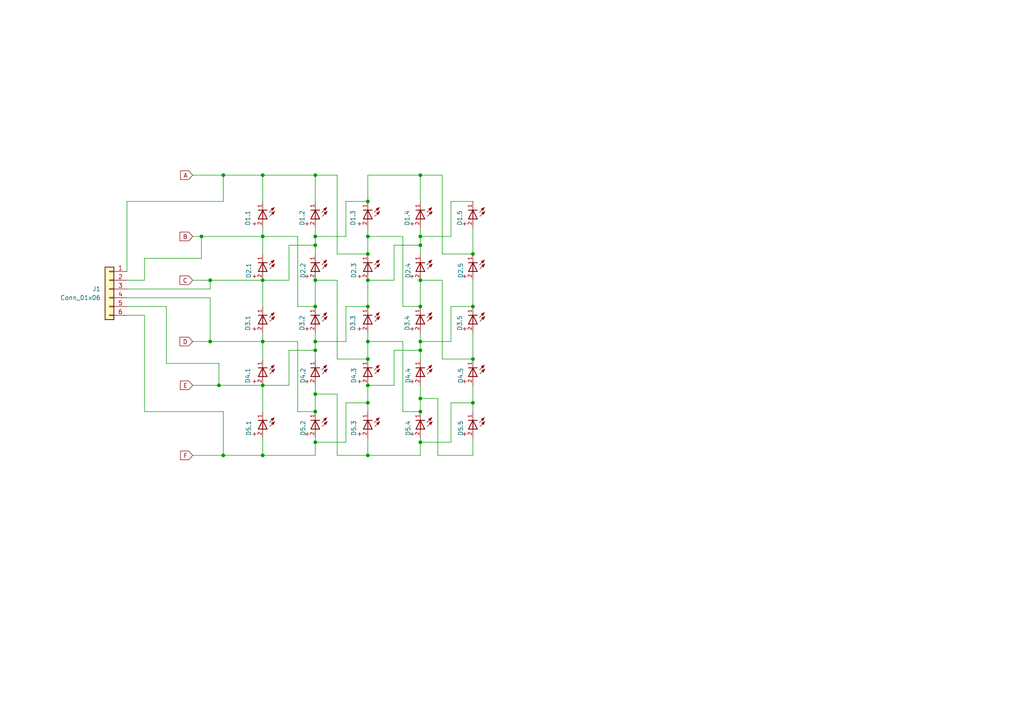
<source format=kicad_sch>
(kicad_sch (version 20250114) (generator "eeschema") (generator_version "9.0")
  (paper "A4")
  (lib_symbols
    (symbol "Connector_Generic:Conn_01x06" (pin_names (offset 1.016) (hide yes))
      (property "Reference" "J" (at 0 7.62 0))
      (property "Value" "Conn_01x06" (at 0 -10.16 0))
      (symbol "Conn_01x06_1_1"
        (rectangle (start -1.27 6.35) (end 1.27 -8.89) (stroke (width 0.254)) (fill (type background)))
        (rectangle (start -1.27 5.207) (end 0 4.953) (stroke (width 0.1524)))
        (rectangle (start -1.27 2.667) (end 0 2.413) (stroke (width 0.1524)))
        (rectangle (start -1.27 0.127) (end 0 -0.127) (stroke (width 0.1524)))
        (rectangle (start -1.27 -2.413) (end 0 -2.667) (stroke (width 0.1524)))
        (rectangle (start -1.27 -4.953) (end 0 -5.207) (stroke (width 0.1524)))
        (rectangle (start -1.27 -7.493) (end 0 -7.747) (stroke (width 0.1524)))
        (pin passive line (at -5.08 5.08 0) (length 3.81) (name "Pin_1") (number "1"))
        (pin passive line (at -5.08 2.54 0) (length 3.81) (name "Pin_2") (number "2"))
        (pin passive line (at -5.08 0 0) (length 3.81) (name "Pin_3") (number "3"))
        (pin passive line (at -5.08 -2.54 0) (length 3.81) (name "Pin_4") (number "4"))
        (pin passive line (at -5.08 -5.08 0) (length 3.81) (name "Pin_5") (number "5"))
        (pin passive line (at -5.08 -7.62 0) (length 3.81) (name "Pin_6") (number "6"))
      )
    )
    (symbol "WL-SMCW_0603:WL-SMCW_0603" (pin_names (offset 1.016))
      (property "Reference" "D" (at -1.988 3.972 0))
      (property "Value" "WL-SMCW_0603" (at -2.628 -3.928 0))
      (symbol "WL-SMCW_0603_0_0"
        (polyline (pts (xy -0.762 3.302) (xy 0.127 2.921) (xy -0.381 2.413) (xy -0.762 3.302)) (stroke (width 0.1524)) (fill (type outline)))
        (polyline (pts (xy 0 0) (xy 0 1.27)) (stroke (width 0.254)))
        (polyline (pts (xy 0 0) (xy 2.54 1.27)) (stroke (width 0.254)))
        (polyline (pts (xy 0 0) (xy 2.54 0)) (stroke (width 0.254)))
        (polyline (pts (xy 0 -1.27) (xy 0 0)) (stroke (width 0.254)))
        (polyline (pts (xy 0.381 3.429) (xy 1.27 3.048) (xy 0.762 2.54) (xy 0.381 3.429)) (stroke (width 0.1524)) (fill (type outline)))
        (polyline (pts (xy 0.635 1.905) (xy -0.762 3.302)) (stroke (width 0.1524)))
        (polyline (pts (xy 1.778 2.032) (xy 0.381 3.429)) (stroke (width 0.1524)))
        (polyline (pts (xy 2.54 0) (xy 2.54 1.27)) (stroke (width 0.254)))
        (polyline (pts (xy 2.54 -1.27) (xy 0 0)) (stroke (width 0.254)))
        (polyline (pts (xy 2.54 -1.27) (xy 2.54 0)) (stroke (width 0.254)))
        (text "+" (at 3.08 -1.74 0) (effects (font (size 1.27 1.27)) (justify left bottom)))
        (pin passive line (at -2.54 0 0) (length 2.54) (name "~") (number "1"))
        (pin passive line (at 5.08 0 180) (length 2.54) (name "~") (number "2"))
      )
    )
  )
  (junction (at 121.92 71.12))
  (junction (at 91.44 50.8))
  (junction (at 121.92 128.27))
  (junction (at 64.77 132.08))
  (junction (at 91.44 101.6))
  (junction (at 106.68 81.28))
  (junction (at 76.2 68.58))
  (junction (at 76.2 111.76))
  (junction (at 106.68 111.76))
  (junction (at 106.68 58.42))
  (junction (at 91.44 71.12))
  (junction (at 121.92 99.06))
  (junction (at 137.16 116.84))
  (junction (at 121.92 68.58))
  (junction (at 60.96 81.28))
  (junction (at 106.68 132.08))
  (junction (at 91.44 81.28))
  (junction (at 64.77 50.8))
  (junction (at 121.92 115.57))
  (junction (at 137.16 104.14))
  (junction (at 106.68 116.84))
  (junction (at 121.92 101.6))
  (junction (at 91.44 119.38))
  (junction (at 63.5 111.76))
  (junction (at 137.16 88.9))
  (junction (at 91.44 99.06))
  (junction (at 121.92 88.9))
  (junction (at 91.44 68.58))
  (junction (at 121.92 81.28))
  (junction (at 76.2 81.28))
  (junction (at 121.92 119.38))
  (junction (at 106.68 104.14))
  (junction (at 106.68 88.9))
  (junction (at 91.44 88.9))
  (junction (at 76.2 50.8))
  (junction (at 76.2 99.06))
  (junction (at 106.68 68.58))
  (junction (at 60.96 99.06))
  (junction (at 91.44 114.3))
  (junction (at 76.2 132.08))
  (junction (at 106.68 73.66))
  (junction (at 91.44 128.27))
  (junction (at 106.68 99.06))
  (junction (at 121.92 50.8))
  (junction (at 137.16 73.66))
  (junction (at 58.42 68.58))
  (wire (pts (xy 128.27 104.14) (xy 137.16 104.14)))
  (wire (pts (xy 91.44 66.04) (xy 91.44 68.58)))
  (wire (pts (xy 63.5 105.41) (xy 48.26 105.41)))
  (wire (pts (xy 58.42 74.93) (xy 41.91 74.93)))
  (wire (pts (xy 106.68 50.8) (xy 106.68 58.42)))
  (wire (pts (xy 127 115.57) (xy 127 132.08)))
  (wire (pts (xy 76.2 111.76) (xy 83.82 111.76)))
  (wire (pts (xy 121.92 111.76) (xy 121.92 115.57)))
  (wire (pts (xy 64.77 50.8) (xy 64.77 58.42)))
  (wire (pts (xy 106.68 68.58) (xy 106.68 73.66)))
  (wire (pts (xy 114.3 111.76) (xy 114.3 101.6)))
  (wire (pts (xy 76.2 99.06) (xy 76.2 104.14)))
  (wire (pts (xy 128.27 50.8) (xy 128.27 73.66)))
  (wire (pts (xy 55.88 50.8) (xy 64.77 50.8)))
  (wire (pts (xy 91.44 96.52) (xy 91.44 99.06)))
  (wire (pts (xy 76.2 127) (xy 76.2 132.08)))
  (wire (pts (xy 64.77 50.8) (xy 76.2 50.8)))
  (wire (pts (xy 97.79 81.28) (xy 97.79 104.14)))
  (wire (pts (xy 100.33 88.9) (xy 106.68 88.9)))
  (wire (pts (xy 76.2 68.58) (xy 86.36 68.58)))
  (wire (pts (xy 91.44 50.8) (xy 97.79 50.8)))
  (wire (pts (xy 121.92 71.12) (xy 121.92 73.66)))
  (wire (pts (xy 100.33 68.58) (xy 100.33 58.42)))
  (wire (pts (xy 128.27 73.66) (xy 137.16 73.66)))
  (wire (pts (xy 121.92 99.06) (xy 130.81 99.06)))
  (wire (pts (xy 41.91 74.93) (xy 41.91 81.28)))
  (wire (pts (xy 48.26 88.9) (xy 36.83 88.9)))
  (wire (pts (xy 76.2 50.8) (xy 91.44 50.8)))
  (wire (pts (xy 106.68 81.28) (xy 106.68 88.9)))
  (wire (pts (xy 76.2 50.8) (xy 76.2 58.42)))
  (wire (pts (xy 55.88 111.76) (xy 63.5 111.76)))
  (wire (pts (xy 83.82 71.12) (xy 91.44 71.12)))
  (wire (pts (xy 76.2 68.58) (xy 76.2 73.66)))
  (wire (pts (xy 121.92 128.27) (xy 130.81 128.27)))
  (wire (pts (xy 121.92 81.28) (xy 128.27 81.28)))
  (wire (pts (xy 97.79 114.3) (xy 97.79 132.08)))
  (wire (pts (xy 121.92 132.08) (xy 121.92 128.27)))
  (wire (pts (xy 36.83 86.36) (xy 60.96 86.36)))
  (wire (pts (xy 100.33 58.42) (xy 106.68 58.42)))
  (wire (pts (xy 137.16 116.84) (xy 137.16 119.38)))
  (wire (pts (xy 116.84 68.58) (xy 116.84 88.9)))
  (wire (pts (xy 76.2 99.06) (xy 86.36 99.06)))
  (wire (pts (xy 91.44 111.76) (xy 91.44 114.3)))
  (wire (pts (xy 121.92 88.9) (xy 121.92 81.28)))
  (wire (pts (xy 91.44 58.42) (xy 91.44 50.8)))
  (wire (pts (xy 106.68 99.06) (xy 116.84 99.06)))
  (wire (pts (xy 91.44 127) (xy 91.44 128.27)))
  (wire (pts (xy 130.81 68.58) (xy 130.81 58.42)))
  (wire (pts (xy 130.81 128.27) (xy 130.81 116.84)))
  (wire (pts (xy 91.44 81.28) (xy 97.79 81.28)))
  (wire (pts (xy 100.33 99.06) (xy 100.33 88.9)))
  (wire (pts (xy 106.68 50.8) (xy 121.92 50.8)))
  (wire (pts (xy 91.44 99.06) (xy 91.44 101.6)))
  (wire (pts (xy 91.44 101.6) (xy 91.44 104.14)))
  (wire (pts (xy 91.44 68.58) (xy 91.44 71.12)))
  (wire (pts (xy 55.88 81.28) (xy 60.96 81.28)))
  (wire (pts (xy 86.36 68.58) (xy 86.36 88.9)))
  (wire (pts (xy 127 132.08) (xy 137.16 132.08)))
  (wire (pts (xy 121.92 99.06) (xy 121.92 101.6)))
  (wire (pts (xy 130.81 58.42) (xy 137.16 58.42)))
  (wire (pts (xy 41.91 91.44) (xy 36.83 91.44)))
  (wire (pts (xy 121.92 50.8) (xy 128.27 50.8)))
  (wire (pts (xy 91.44 128.27) (xy 100.33 128.27)))
  (wire (pts (xy 55.88 68.58) (xy 58.42 68.58)))
  (wire (pts (xy 63.5 111.76) (xy 76.2 111.76)))
  (wire (pts (xy 130.81 88.9) (xy 137.16 88.9)))
  (wire (pts (xy 36.83 58.42) (xy 36.83 78.74)))
  (wire (pts (xy 130.81 99.06) (xy 130.81 88.9)))
  (wire (pts (xy 86.36 88.9) (xy 91.44 88.9)))
  (wire (pts (xy 97.79 132.08) (xy 106.68 132.08)))
  (wire (pts (xy 64.77 132.08) (xy 76.2 132.08)))
  (wire (pts (xy 76.2 81.28) (xy 83.82 81.28)))
  (wire (pts (xy 76.2 111.76) (xy 76.2 119.38)))
  (wire (pts (xy 121.92 66.04) (xy 121.92 68.58)))
  (wire (pts (xy 41.91 119.38) (xy 41.91 91.44)))
  (wire (pts (xy 121.92 96.52) (xy 121.92 99.06)))
  (wire (pts (xy 137.16 66.04) (xy 137.16 73.66)))
  (wire (pts (xy 106.68 111.76) (xy 106.68 116.84)))
  (wire (pts (xy 121.92 58.42) (xy 121.92 50.8)))
  (wire (pts (xy 106.68 66.04) (xy 106.68 68.58)))
  (wire (pts (xy 106.68 116.84) (xy 106.68 119.38)))
  (wire (pts (xy 114.3 71.12) (xy 121.92 71.12)))
  (wire (pts (xy 58.42 68.58) (xy 58.42 74.93)))
  (wire (pts (xy 91.44 71.12) (xy 91.44 73.66)))
  (wire (pts (xy 106.68 111.76) (xy 114.3 111.76)))
  (wire (pts (xy 116.84 119.38) (xy 121.92 119.38)))
  (wire (pts (xy 60.96 81.28) (xy 76.2 81.28)))
  (wire (pts (xy 91.44 114.3) (xy 97.79 114.3)))
  (wire (pts (xy 137.16 132.08) (xy 137.16 127)))
  (wire (pts (xy 106.68 99.06) (xy 106.68 104.14)))
  (wire (pts (xy 86.36 119.38) (xy 91.44 119.38)))
  (wire (pts (xy 86.36 99.06) (xy 86.36 119.38)))
  (wire (pts (xy 91.44 99.06) (xy 100.33 99.06)))
  (wire (pts (xy 48.26 105.41) (xy 48.26 88.9)))
  (wire (pts (xy 83.82 81.28) (xy 83.82 71.12)))
  (wire (pts (xy 60.96 99.06) (xy 60.96 86.36)))
  (wire (pts (xy 106.68 127) (xy 106.68 132.08)))
  (wire (pts (xy 114.3 101.6) (xy 121.92 101.6)))
  (wire (pts (xy 97.79 104.14) (xy 106.68 104.14)))
  (wire (pts (xy 121.92 115.57) (xy 121.92 119.38)))
  (wire (pts (xy 121.92 68.58) (xy 121.92 71.12)))
  (wire (pts (xy 128.27 81.28) (xy 128.27 104.14)))
  (wire (pts (xy 76.2 66.04) (xy 76.2 68.58)))
  (wire (pts (xy 121.92 68.58) (xy 130.81 68.58)))
  (wire (pts (xy 137.16 81.28) (xy 137.16 88.9)))
  (wire (pts (xy 106.68 132.08) (xy 121.92 132.08)))
  (wire (pts (xy 76.2 132.08) (xy 91.44 132.08)))
  (wire (pts (xy 83.82 111.76) (xy 83.82 101.6)))
  (wire (pts (xy 114.3 81.28) (xy 114.3 71.12)))
  (wire (pts (xy 137.16 111.76) (xy 137.16 116.84)))
  (wire (pts (xy 91.44 114.3) (xy 91.44 119.38)))
  (wire (pts (xy 76.2 81.28) (xy 76.2 88.9)))
  (wire (pts (xy 97.79 50.8) (xy 97.79 73.66)))
  (wire (pts (xy 121.92 115.57) (xy 127 115.57)))
  (wire (pts (xy 55.88 99.06) (xy 60.96 99.06)))
  (wire (pts (xy 121.92 128.27) (xy 121.92 127)))
  (wire (pts (xy 97.79 73.66) (xy 106.68 73.66)))
  (wire (pts (xy 64.77 58.42) (xy 36.83 58.42)))
  (wire (pts (xy 76.2 96.52) (xy 76.2 99.06)))
  (wire (pts (xy 116.84 99.06) (xy 116.84 119.38)))
  (wire (pts (xy 106.68 96.52) (xy 106.68 99.06)))
  (wire (pts (xy 130.81 116.84) (xy 137.16 116.84)))
  (wire (pts (xy 60.96 81.28) (xy 60.96 83.82)))
  (wire (pts (xy 55.88 132.08) (xy 64.77 132.08)))
  (wire (pts (xy 116.84 88.9) (xy 121.92 88.9)))
  (wire (pts (xy 100.33 116.84) (xy 106.68 116.84)))
  (wire (pts (xy 106.68 81.28) (xy 114.3 81.28)))
  (wire (pts (xy 106.68 68.58) (xy 116.84 68.58)))
  (wire (pts (xy 41.91 81.28) (xy 36.83 81.28)))
  (wire (pts (xy 91.44 68.58) (xy 100.33 68.58)))
  (wire (pts (xy 137.16 96.52) (xy 137.16 104.14)))
  (wire (pts (xy 58.42 68.58) (xy 76.2 68.58)))
  (wire (pts (xy 121.92 101.6) (xy 121.92 104.14)))
  (wire (pts (xy 83.82 101.6) (xy 91.44 101.6)))
  (wire (pts (xy 64.77 132.08) (xy 64.77 119.38)))
  (wire (pts (xy 60.96 99.06) (xy 76.2 99.06)))
  (wire (pts (xy 63.5 111.76) (xy 63.5 105.41)))
  (wire (pts (xy 64.77 119.38) (xy 41.91 119.38)))
  (wire (pts (xy 36.83 83.82) (xy 60.96 83.82)))
  (wire (pts (xy 100.33 128.27) (xy 100.33 116.84)))
  (wire (pts (xy 91.44 88.9) (xy 91.44 81.28)))
  (wire (pts (xy 91.44 128.27) (xy 91.44 132.08)))
  (global_label "F" (shape input) (at 55.88 132.08 180) (property "Intersheetrefs" "${INTERSHEET_REFS}" (effects (hide yes))))
  (global_label "B" (shape input) (at 55.88 68.58 180) (property "Intersheetrefs" "${INTERSHEET_REFS}" (effects (hide yes))))
  (global_label "A" (shape input) (at 55.88 50.8 180) (property "Intersheetrefs" "${INTERSHEET_REFS}" (effects (hide yes))))
  (global_label "E" (shape input) (at 55.88 111.76 180) (property "Intersheetrefs" "${INTERSHEET_REFS}" (effects (hide yes))))
  (global_label "D" (shape input) (at 55.88 99.06 180) (property "Intersheetrefs" "${INTERSHEET_REFS}" (effects (hide yes))))
  (global_label "C" (shape input) (at 55.88 81.28 180) (property "Intersheetrefs" "${INTERSHEET_REFS}" (effects (hide yes))))
  (symbol (lib_id "WL-SMCW_0603:WL-SMCW_0603") (at 137.16 76.2 270) (unit 1)
    (property "Reference" "D2.5" (at 133.604 76.2 0) (effects (justify left)))
    (property "Value" "WL-SMCW_0603" (effects (hide yes)))
    (property "Footprint" "WL-SMCW_0603:WL-SMCW_0603" (effects (hide yes)))
  )
  (symbol (lib_id "WL-SMCW_0603:WL-SMCW_0603") (at 91.44 91.44 270) (unit 1)
    (property "Reference" "D3.2" (at 87.63 91.44 0) (effects (justify left)))
    (property "Value" "WL-SMCW_0603" (effects (hide yes)))
    (property "Footprint" "WL-SMCW_0603:WL-SMCW_0603" (effects (hide yes)))
  )
  (symbol (lib_id "Connector_Generic:Conn_01x06") (at 31.75 83.82 0) (mirror y) (unit 1)
    (property "Reference" "J1" (at 29.21 83.8199 0) (effects (justify left)))
    (property "Value" "Conn_01x06" (at 29.21 86.3599 0) (effects (justify left)))
    (property "Description" "Generic connector, single row, 01x06, script generated (kicad-library-utils/schlib/autogen/connector/)" (effects (hide yes)))
  )
  (symbol (lib_id "WL-SMCW_0603:WL-SMCW_0603") (at 121.92 121.92 270) (unit 1)
    (property "Reference" "D5.4" (at 118.364 121.92 0) (effects (justify left)))
    (property "Value" "WL-SMCW_0603" (effects (hide yes)))
    (property "Footprint" "WL-SMCW_0603:WL-SMCW_0603" (effects (hide yes)))
  )
  (symbol (lib_id "WL-SMCW_0603:WL-SMCW_0603") (at 121.92 106.68 270) (unit 1)
    (property "Reference" "D4.4" (at 118.364 106.68 0) (effects (justify left)))
    (property "Value" "WL-SMCW_0603" (effects (hide yes)))
    (property "Footprint" "WL-SMCW_0603:WL-SMCW_0603" (effects (hide yes)))
  )
  (symbol (lib_id "WL-SMCW_0603:WL-SMCW_0603") (at 106.68 76.2 270) (unit 1)
    (property "Reference" "D2.3" (at 102.616 76.2 0) (effects (justify left)))
    (property "Value" "WL-SMCW_0603" (effects (hide yes)))
    (property "Footprint" "WL-SMCW_0603:WL-SMCW_0603" (effects (hide yes)))
  )
  (symbol (lib_id "WL-SMCW_0603:WL-SMCW_0603") (at 137.16 60.96 270) (unit 1)
    (property "Reference" "D1.5" (at 133.35 60.96 0) (effects (justify left)))
    (property "Value" "WL-SMCW_0603" (effects (hide yes)))
    (property "Footprint" "WL-SMCW_0603:WL-SMCW_0603" (effects (hide yes)))
  )
  (symbol (lib_id "WL-SMCW_0603:WL-SMCW_0603") (at 91.44 106.68 270) (unit 1)
    (property "Reference" "D4.2" (at 87.884 106.68 0) (effects (justify left)))
    (property "Value" "WL-SMCW_0603" (effects (hide yes)))
    (property "Footprint" "WL-SMCW_0603:WL-SMCW_0603" (effects (hide yes)))
  )
  (symbol (lib_id "WL-SMCW_0603:WL-SMCW_0603") (at 121.92 76.2 270) (unit 1)
    (property "Reference" "D2.4" (at 118.364 76.2 0) (effects (justify left)))
    (property "Value" "WL-SMCW_0603" (effects (hide yes)))
    (property "Footprint" "WL-SMCW_0603:WL-SMCW_0603" (effects (hide yes)))
  )
  (symbol (lib_id "WL-SMCW_0603:WL-SMCW_0603") (at 106.68 106.68 270) (unit 1)
    (property "Reference" "D4.3" (at 102.616 106.68 0) (effects (justify left)))
    (property "Value" "WL-SMCW_0603" (effects (hide yes)))
    (property "Footprint" "WL-SMCW_0603:WL-SMCW_0603" (effects (hide yes)))
  )
  (symbol (lib_id "WL-SMCW_0603:WL-SMCW_0603") (at 76.2 91.44 270) (unit 1)
    (property "Reference" "D3.1" (at 71.882 91.44 0) (effects (justify left)))
    (property "Value" "WL-SMCW_0603" (effects (hide yes)))
    (property "Footprint" "WL-SMCW_0603:WL-SMCW_0603" (effects (hide yes)))
  )
  (symbol (lib_id "WL-SMCW_0603:WL-SMCW_0603") (at 76.2 121.92 270) (unit 1)
    (property "Reference" "D5.1" (at 72.136 121.92 0) (effects (justify left)))
    (property "Value" "WL-SMCW_0603" (effects (hide yes)))
    (property "Footprint" "WL-SMCW_0603:WL-SMCW_0603" (effects (hide yes)))
  )
  (symbol (lib_id "WL-SMCW_0603:WL-SMCW_0603") (at 137.16 121.92 270) (unit 1)
    (property "Reference" "D5.5" (at 133.604 121.92 0) (effects (justify left)))
    (property "Value" "WL-SMCW_0603" (effects (hide yes)))
    (property "Footprint" "WL-SMCW_0603:WL-SMCW_0603" (effects (hide yes)))
  )
  (symbol (lib_id "WL-SMCW_0603:WL-SMCW_0603") (at 106.68 121.92 270) (unit 1)
    (property "Reference" "D5.3" (at 102.616 121.92 0) (effects (justify left)))
    (property "Value" "WL-SMCW_0603" (effects (hide yes)))
    (property "Footprint" "WL-SMCW_0603:WL-SMCW_0603" (effects (hide yes)))
  )
  (symbol (lib_id "WL-SMCW_0603:WL-SMCW_0603") (at 76.2 106.68 270) (unit 1)
    (property "Reference" "D4.1" (at 71.882 106.68 0) (effects (justify left)))
    (property "Value" "WL-SMCW_0603" (effects (hide yes)))
    (property "Footprint" "WL-SMCW_0603:WL-SMCW_0603" (effects (hide yes)))
  )
  (symbol (lib_id "WL-SMCW_0603:WL-SMCW_0603") (at 137.16 106.68 270) (unit 1)
    (property "Reference" "D4.5" (at 133.604 106.68 0) (effects (justify left)))
    (property "Value" "WL-SMCW_0603" (effects (hide yes)))
    (property "Footprint" "WL-SMCW_0603:WL-SMCW_0603" (effects (hide yes)))
  )
  (symbol (lib_id "WL-SMCW_0603:WL-SMCW_0603") (at 121.92 91.44 270) (unit 1)
    (property "Reference" "D3.4" (at 118.11 91.44 0) (effects (justify left)))
    (property "Value" "WL-SMCW_0603" (effects (hide yes)))
    (property "Footprint" "WL-SMCW_0603:WL-SMCW_0603" (effects (hide yes)))
  )
  (symbol (lib_id "WL-SMCW_0603:WL-SMCW_0603") (at 121.92 60.96 270) (unit 1)
    (property "Reference" "D1.4" (at 118.11 60.96 0) (effects (justify left)))
    (property "Value" "WL-SMCW_0603" (effects (hide yes)))
    (property "Footprint" "WL-SMCW_0603:WL-SMCW_0603" (effects (hide yes)))
  )
  (symbol (lib_id "WL-SMCW_0603:WL-SMCW_0603") (at 106.68 60.96 270) (unit 1)
    (property "Reference" "D1.3" (at 102.362 60.96 0) (effects (justify left)))
    (property "Value" "WL-SMCW_0603" (effects (hide yes)))
    (property "Footprint" "WL-SMCW_0603:WL-SMCW_0603" (effects (hide yes)))
  )
  (symbol (lib_id "WL-SMCW_0603:WL-SMCW_0603") (at 91.44 60.96 270) (unit 1)
    (property "Reference" "D1.2" (at 87.63 60.96 0) (effects (justify left)))
    (property "Value" "WL-SMCW_0603" (effects (hide yes)))
    (property "Footprint" "WL-SMCW_0603:WL-SMCW_0603" (effects (hide yes)))
  )
  (symbol (lib_id "WL-SMCW_0603:WL-SMCW_0603") (at 91.44 121.92 270) (unit 1)
    (property "Reference" "D5.2" (at 87.884 121.92 0) (effects (justify left)))
    (property "Value" "WL-SMCW_0603" (effects (hide yes)))
    (property "Footprint" "WL-SMCW_0603:WL-SMCW_0603" (effects (hide yes)))
  )
  (symbol (lib_id "WL-SMCW_0603:WL-SMCW_0603") (at 137.16 91.44 270) (unit 1)
    (property "Reference" "D3.5" (at 133.35 91.44 0) (effects (justify left)))
    (property "Value" "WL-SMCW_0603" (effects (hide yes)))
    (property "Footprint" "WL-SMCW_0603:WL-SMCW_0603" (effects (hide yes)))
  )
  (symbol (lib_id "WL-SMCW_0603:WL-SMCW_0603") (at 76.2 76.2 270) (unit 1)
    (property "Reference" "D2.1" (at 72.136 76.2 0) (effects (justify left)))
    (property "Value" "WL-SMCW_0603" (effects (hide yes)))
    (property "Footprint" "WL-SMCW_0603:WL-SMCW_0603" (effects (hide yes)))
  )
  (symbol (lib_id "WL-SMCW_0603:WL-SMCW_0603") (at 91.44 76.2 270) (unit 1)
    (property "Reference" "D2.2" (at 87.884 76.2 0) (effects (justify left)))
    (property "Value" "WL-SMCW_0603" (effects (hide yes)))
    (property "Footprint" "WL-SMCW_0603:WL-SMCW_0603" (effects (hide yes)))
  )
  (symbol (lib_id "WL-SMCW_0603:WL-SMCW_0603") (at 106.68 91.44 270) (unit 1)
    (property "Reference" "D3.3" (at 102.362 91.44 0) (effects (justify left)))
    (property "Value" "WL-SMCW_0603" (effects (hide yes)))
    (property "Footprint" "WL-SMCW_0603:WL-SMCW_0603" (effects (hide yes)))
  )
  (symbol (lib_id "WL-SMCW_0603:WL-SMCW_0603") (at 76.2 60.96 270) (unit 1)
    (property "Reference" "D1.1" (at 71.882 60.96 0) (effects (justify left)))
    (property "Value" "WL-SMCW_0603" (effects (hide yes)))
    (property "Footprint" "WL-SMCW_0603:WL-SMCW_0603" (effects (hide yes)))
  )
)
</source>
